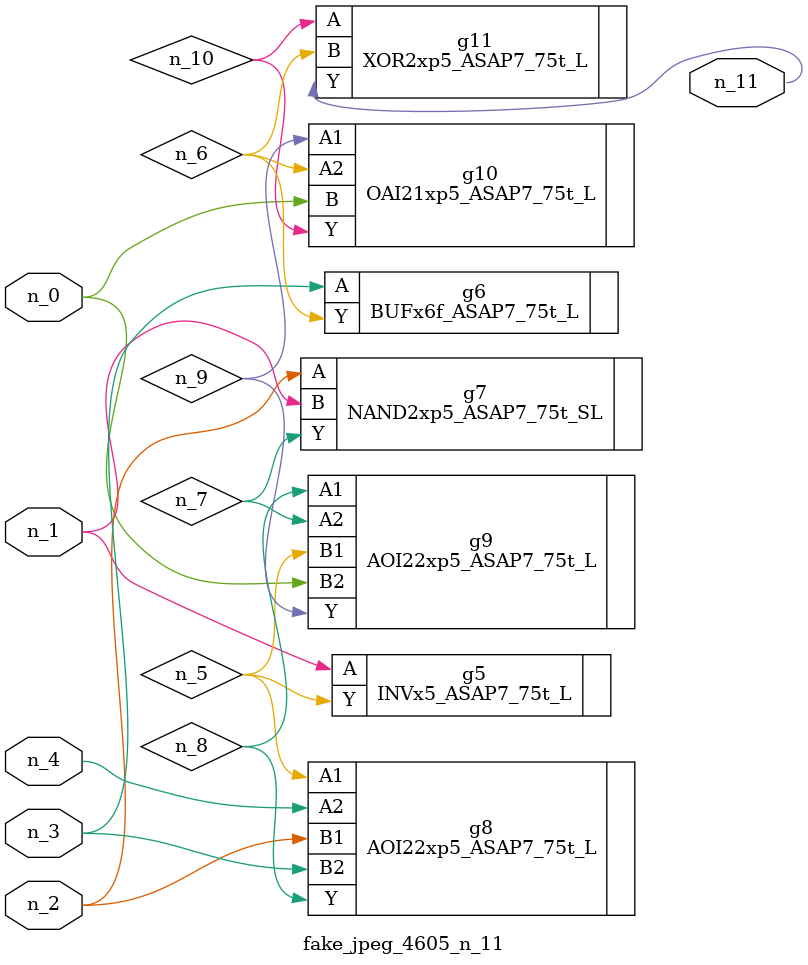
<source format=v>
module fake_jpeg_4605_n_11 (n_3, n_2, n_1, n_0, n_4, n_11);

input n_3;
input n_2;
input n_1;
input n_0;
input n_4;

output n_11;

wire n_10;
wire n_8;
wire n_9;
wire n_6;
wire n_5;
wire n_7;

INVx5_ASAP7_75t_L g5 ( 
.A(n_1),
.Y(n_5)
);

BUFx6f_ASAP7_75t_L g6 ( 
.A(n_3),
.Y(n_6)
);

NAND2xp5_ASAP7_75t_SL g7 ( 
.A(n_2),
.B(n_1),
.Y(n_7)
);

AOI22xp5_ASAP7_75t_L g8 ( 
.A1(n_5),
.A2(n_4),
.B1(n_2),
.B2(n_3),
.Y(n_8)
);

AOI22xp5_ASAP7_75t_L g9 ( 
.A1(n_8),
.A2(n_7),
.B1(n_5),
.B2(n_0),
.Y(n_9)
);

OAI21xp5_ASAP7_75t_L g10 ( 
.A1(n_9),
.A2(n_6),
.B(n_0),
.Y(n_10)
);

XOR2xp5_ASAP7_75t_L g11 ( 
.A(n_10),
.B(n_6),
.Y(n_11)
);


endmodule
</source>
